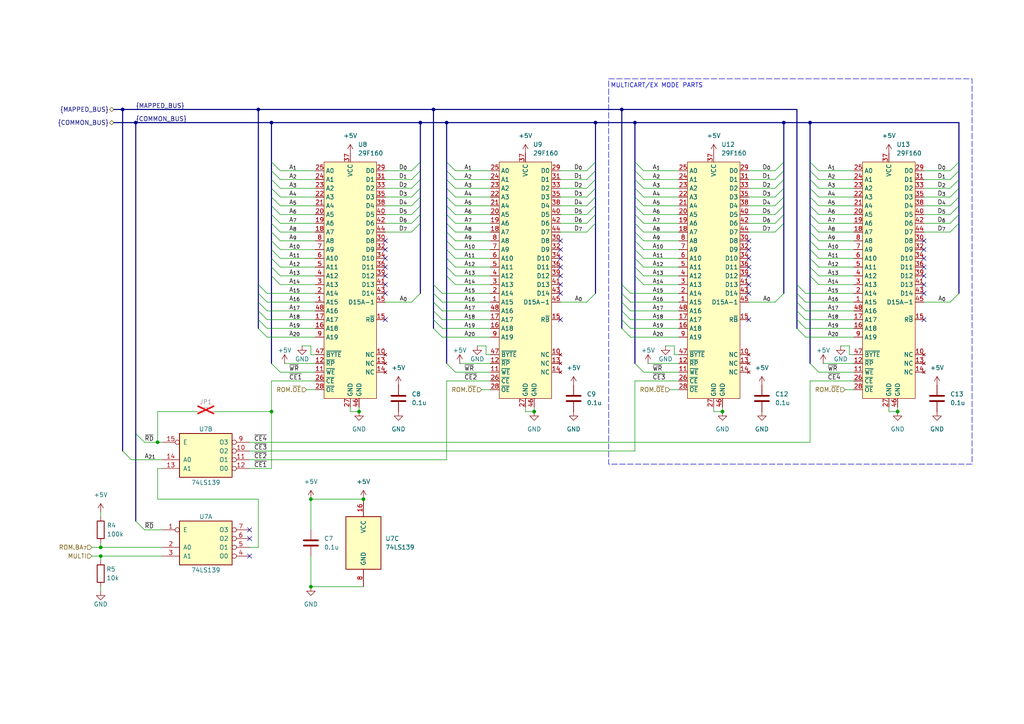
<source format=kicad_sch>
(kicad_sch (version 20231120) (generator "eeschema") (generator_version "8.0")
  (paper "A4")
  (title_block (title "SNES Advanced Flash Cartridge") (date "2024-10-06") (rev "1.2") (company "https://github.com/MouseBiteLabs/Super-Nintendo-Cartridges"))
  (lib_symbols
    (symbol "Bucketmouse:29F160"
      (property "Reference" "U" (at -7.62 31.75 0))
      (property "Value" "29F160" (at -10.414 -39.37 0))
      (symbol "29F160_1_1"
        (rectangle (start -7.62 30.48) (end 7.62 -38.1) (fill (type background)))
        (pin input line (at -10.16 -10.16 0) (length 2.54) (name "A15") (number "1"))
        (pin no_connect line (at 10.16 -25.4 180) (length 2.54) (name "NC") (number "10"))
        (pin input line (at -10.16 -30.48 0) (length 2.54) (name "~{WE}") (number "11"))
        (pin input line (at -10.16 -27.94 0) (length 2.54) (name "~{RP}") (number "12"))
        (pin no_connect line (at 10.16 -27.94 180) (length 2.54) (name "NC") (number "13"))
        (pin no_connect line (at 10.16 -30.48 180) (length 2.54) (name "NC") (number "14"))
        (pin output line (at 10.16 -15.24 180) (length 2.54) (name "R~{B}") (number "15"))
        (pin input line (at -10.16 -17.78 0) (length 2.54) (name "A18") (number "16"))
        (pin input line (at -10.16 -15.24 0) (length 2.54) (name "A17") (number "17"))
        (pin input line (at -10.16 10.16 0) (length 2.54) (name "A7") (number "18"))
        (pin input line (at -10.16 12.7 0) (length 2.54) (name "A6") (number "19"))
        (pin input line (at -10.16 -7.62 0) (length 2.54) (name "A14") (number "2"))
        (pin input line (at -10.16 15.24 0) (length 2.54) (name "A5") (number "20"))
        (pin input line (at -10.16 17.78 0) (length 2.54) (name "A4") (number "21"))
        (pin input line (at -10.16 20.32 0) (length 2.54) (name "A3") (number "22"))
        (pin input line (at -10.16 22.86 0) (length 2.54) (name "A2") (number "23"))
        (pin input line (at -10.16 25.4 0) (length 2.54) (name "A1") (number "24"))
        (pin input line (at -10.16 27.94 0) (length 2.54) (name "A0") (number "25"))
        (pin input line (at -10.16 -33.02 0) (length 2.54) (name "~{CE}") (number "26"))
        (pin power_in line (at 0 -40.64 90) (length 2.54) (name "GND") (number "27"))
        (pin input line (at -10.16 -35.56 0) (length 2.54) (name "~{OE}") (number "28"))
        (pin tri_state line (at 10.16 27.94 180) (length 2.54) (name "D0") (number "29"))
        (pin input line (at -10.16 -5.08 0) (length 2.54) (name "A13") (number "3"))
        (pin tri_state line (at 10.16 7.62 180) (length 2.54) (name "D8") (number "30"))
        (pin tri_state line (at 10.16 25.4 180) (length 2.54) (name "D1") (number "31"))
        (pin tri_state line (at 10.16 5.08 180) (length 2.54) (name "D9") (number "32"))
        (pin tri_state line (at 10.16 22.86 180) (length 2.54) (name "D2") (number "33"))
        (pin tri_state line (at 10.16 2.54 180) (length 2.54) (name "D10") (number "34"))
        (pin tri_state line (at 10.16 20.32 180) (length 2.54) (name "D3") (number "35"))
        (pin tri_state line (at 10.16 0 180) (length 2.54) (name "D11") (number "36"))
        (pin power_in line (at 0 33.02 270) (length 2.54) (name "VCC") (number "37"))
        (pin tri_state line (at 10.16 17.78 180) (length 2.54) (name "D4") (number "38"))
        (pin tri_state line (at 10.16 -2.54 180) (length 2.54) (name "D12") (number "39"))
        (pin input line (at -10.16 -2.54 0) (length 2.54) (name "A12") (number "4"))
        (pin tri_state line (at 10.16 15.24 180) (length 2.54) (name "D5") (number "40"))
        (pin tri_state line (at 10.16 -5.08 180) (length 2.54) (name "D13") (number "41"))
        (pin tri_state line (at 10.16 12.7 180) (length 2.54) (name "D6") (number "42"))
        (pin tri_state line (at 10.16 -7.62 180) (length 2.54) (name "D14") (number "43"))
        (pin tri_state line (at 10.16 10.16 180) (length 2.54) (name "D7") (number "44"))
        (pin tri_state line (at 10.16 -10.16 180) (length 2.54) (name "D15A-1") (number "45"))
        (pin power_in line (at 2.54 -40.64 90) (length 2.54) (name "GND") (number "46"))
        (pin input line (at -10.16 -25.4 0) (length 2.54) (name "~{BYTE}") (number "47"))
        (pin input line (at -10.16 -12.7 0) (length 2.54) (name "A16") (number "48"))
        (pin input line (at -10.16 0 0) (length 2.54) (name "A11") (number "5"))
        (pin input line (at -10.16 2.54 0) (length 2.54) (name "A10") (number "6"))
        (pin input line (at -10.16 5.08 0) (length 2.54) (name "A9") (number "7"))
        (pin input line (at -10.16 7.62 0) (length 2.54) (name "A8") (number "8"))
        (pin input line (at -10.16 -20.32 0) (length 2.54) (name "A19") (number "9"))
      )
    )
    (symbol "Bucketmouse:74LS139" (pin_names (offset 1.016))
      (property "Reference" "U" (at -7.62 8.89 0))
      (property "Value" "74LS139" (at -7.62 -8.89 0))
      (symbol "74LS139_1_0"
        (pin input inverted (at -12.7 -5.08 0) (length 5.08) (name "E") (number "1"))
        (pin input line (at -12.7 0 0) (length 5.08) (name "A0") (number "2"))
        (pin input line (at -12.7 2.54 0) (length 5.08) (name "A1") (number "3"))
        (pin output inverted (at 12.7 2.54 180) (length 5.08) (name "O0") (number "4"))
        (pin output inverted (at 12.7 0 180) (length 5.08) (name "O1") (number "5"))
        (pin output inverted (at 12.7 -2.54 180) (length 5.08) (name "O2") (number "6"))
        (pin output inverted (at 12.7 -5.08 180) (length 5.08) (name "O3") (number "7"))
      )
      (symbol "74LS139_1_1"
        (rectangle (start -7.62 5.08) (end 7.62 -7.62) (stroke (width 0.254)) (fill (type background)))
      )
      (symbol "74LS139_2_0"
        (pin output inverted (at 12.7 -2.54 180) (length 5.08) (name "O2") (number "10"))
        (pin output inverted (at 12.7 0 180) (length 5.08) (name "O1") (number "11"))
        (pin output inverted (at 12.7 2.54 180) (length 5.08) (name "O0") (number "12"))
        (pin input line (at -12.7 2.54 0) (length 5.08) (name "A1") (number "13"))
        (pin input line (at -12.7 0 0) (length 5.08) (name "A0") (number "14"))
        (pin input inverted (at -12.7 -5.08 0) (length 5.08) (name "E") (number "15"))
        (pin output inverted (at 12.7 -5.08 180) (length 5.08) (name "O3") (number "9"))
      )
      (symbol "74LS139_2_1"
        (rectangle (start -7.62 5.08) (end 7.62 -7.62) (stroke (width 0.254)) (fill (type background)))
      )
      (symbol "74LS139_3_0"
        (pin power_in line (at 0 12.7 270) (length 5.08) (name "VCC") (number "16"))
        (pin power_in line (at 0 -12.7 90) (length 5.08) (name "GND") (number "8"))
      )
      (symbol "74LS139_3_1"
        (rectangle (start -5.08 7.62) (end 5.08 -7.62) (stroke (width 0.254)) (fill (type background)))
      )
    )
    (symbol "Device:C" (pin_numbers hide) (pin_names (offset 0.254))
      (property "Reference" "C" (at 0.635 2.54 0))
      (property "Value" "C" (at 0.635 -2.54 0))
      (symbol "C_0_1"
        (polyline (pts (xy -2.032 -0.762) (xy 2.032 -0.762)) (stroke (width 0.508)))
        (polyline (pts (xy -2.032 0.762) (xy 2.032 0.762)) (stroke (width 0.508)))
      )
      (symbol "C_1_1"
        (pin passive line (at 0 3.81 270) (length 2.794) (name "~") (number "1"))
        (pin passive line (at 0 -3.81 90) (length 2.794) (name "~") (number "2"))
      )
    )
    (symbol "Device:R" (pin_numbers hide) (pin_names (offset 0))
      (property "Reference" "R" (at 2.032 0 90))
      (property "Value" "R" (at 0 0 90))
      (symbol "R_0_1"
        (rectangle (start -1.016 -2.54) (end 1.016 2.54) (stroke (width 0.254)))
      )
      (symbol "R_1_1"
        (pin passive line (at 0 3.81 270) (length 1.27) (name "~") (number "1"))
        (pin passive line (at 0 -3.81 90) (length 1.27) (name "~") (number "2"))
      )
    )
    (symbol "Jumper:Jumper_2_Small_Open" (pin_numbers hide) (pin_names (offset 0) hide) (exclude_from_sim yes)
      (property "Reference" "JP" (at 0 2.794 0))
      (property "Value" "Jumper_2_Small_Open" (at 0 -2.286 0))
      (symbol "Jumper_2_Small_Open_0_0"
        (circle (center -1.016 0) (radius 0.254))
        (circle (center 1.016 0) (radius 0.254))
      )
      (symbol "Jumper_2_Small_Open_0_1"
        (arc (start 0.762 1.0196) (mid 0 1.2729) (end -0.762 1.0196))
      )
      (symbol "Jumper_2_Small_Open_1_1"
        (pin passive line (at -2.54 0 0) (length 1.27) (name "A") (number "1"))
        (pin passive line (at 2.54 0 180) (length 1.27) (name "B") (number "2"))
      )
    )
    (symbol "power:+5V" (power) (pin_numbers hide) (pin_names (offset 0) hide)
      (property "Value" "+5V" (at 0 3.556 0))
      (symbol "+5V_0_1"
        (polyline (pts (xy -0.762 1.27) (xy 0 2.54)))
        (polyline (pts (xy 0 0) (xy 0 2.54)))
        (polyline (pts (xy 0 2.54) (xy 0.762 1.27)))
      )
      (symbol "+5V_1_1"
        (pin power_in line (at 0 0 90) (length 0) (name "~") (number "1"))
      )
    )
    (symbol "power:GND" (power) (pin_numbers hide) (pin_names (offset 0) hide)
      (property "Value" "GND" (at 0 -3.81 0))
      (symbol "GND_0_1"
        (polyline (pts (xy 0 0) (xy 0 -1.27) (xy 1.27 -1.27) (xy 0 -2.54) (xy -1.27 -1.27) (xy 0 -1.27)))
      )
      (symbol "GND_1_1"
        (pin power_in line (at 0 0 270) (length 0) (name "~") (number "1"))
      )
    )
  )
  (junction (at 90.17 144.78))
  (junction (at 39.37 35.56))
  (junction (at 154.94 119.38))
  (junction (at 74.93 31.75))
  (junction (at 29.21 158.75))
  (junction (at 209.55 119.38))
  (junction (at 234.95 35.56))
  (junction (at 45.72 128.27))
  (junction (at 227.33 35.56))
  (junction (at 184.15 35.56))
  (junction (at 121.92 35.56))
  (junction (at 172.72 35.56))
  (junction (at 129.54 35.56))
  (junction (at 105.41 144.78))
  (junction (at 180.34 31.75))
  (junction (at 104.14 119.38))
  (junction (at 29.21 161.29))
  (junction (at 90.17 170.18))
  (junction (at 78.74 35.56))
  (junction (at 78.74 119.38))
  (junction (at 125.73 31.75))
  (junction (at 260.35 119.38))
  (junction (at 35.56 31.75))
  (no_connect (at 267.97 77.47))
  (no_connect (at 267.97 74.93))
  (no_connect (at 267.97 92.71))
  (no_connect (at 217.17 77.47))
  (no_connect (at 111.76 77.47))
  (no_connect (at 217.17 72.39))
  (no_connect (at 72.39 153.67))
  (no_connect (at 267.97 72.39))
  (no_connect (at 217.17 69.85))
  (no_connect (at 217.17 74.93))
  (no_connect (at 267.97 82.55))
  (no_connect (at 217.17 82.55))
  (no_connect (at 162.56 80.01))
  (no_connect (at 162.56 72.39))
  (no_connect (at 111.76 92.71))
  (no_connect (at 267.97 85.09))
  (no_connect (at 111.76 69.85))
  (no_connect (at 111.76 72.39))
  (no_connect (at 162.56 77.47))
  (no_connect (at 162.56 69.85))
  (no_connect (at 162.56 92.71))
  (no_connect (at 111.76 85.09))
  (no_connect (at 217.17 80.01))
  (no_connect (at 267.97 80.01))
  (no_connect (at 162.56 85.09))
  (no_connect (at 111.76 74.93))
  (no_connect (at 217.17 92.71))
  (no_connect (at 162.56 74.93))
  (no_connect (at 162.56 82.55))
  (no_connect (at 267.97 69.85))
  (no_connect (at 72.39 156.21))
  (no_connect (at 217.17 85.09))
  (no_connect (at 111.76 82.55))
  (no_connect (at 111.76 80.01))
  (no_connect (at 72.39 161.29))
  (bus_entry (at 186.69 82.55) (size -2.54 -2.54))
  (bus_entry (at 224.79 49.53) (size 2.54 -2.54))
  (bus_entry (at 233.68 90.17) (size -2.54 -2.54))
  (bus_entry (at 186.69 62.23) (size -2.54 -2.54))
  (bus_entry (at 119.38 49.53) (size 2.54 -2.54))
  (bus_entry (at 224.79 59.69) (size 2.54 -2.54))
  (bus_entry (at 186.69 57.15) (size -2.54 -2.54))
  (bus_entry (at 81.28 64.77) (size -2.54 -2.54))
  (bus_entry (at 224.79 54.61) (size 2.54 -2.54))
  (bus_entry (at 231.14 95.25) (size 2.54 2.54))
  (bus_entry (at 81.28 54.61) (size -2.54 -2.54))
  (bus_entry (at 119.38 52.07) (size 2.54 -2.54))
  (bus_entry (at 81.28 82.55) (size -2.54 -2.54))
  (bus_entry (at 275.59 64.77) (size 2.54 -2.54))
  (bus_entry (at 77.47 95.25) (size -2.54 -2.54))
  (bus_entry (at 237.49 64.77) (size -2.54 -2.54))
  (bus_entry (at 81.28 57.15) (size -2.54 -2.54))
  (bus_entry (at 81.28 107.95) (size -2.54 -2.54))
  (bus_entry (at 77.47 92.71) (size -2.54 -2.54))
  (bus_entry (at 233.68 85.09) (size -2.54 -2.54))
  (bus_entry (at 170.18 67.31) (size 2.54 -2.54))
  (bus_entry (at 132.08 49.53) (size -2.54 -2.54))
  (bus_entry (at 128.27 92.71) (size -2.54 -2.54))
  (bus_entry (at 186.69 69.85) (size -2.54 -2.54))
  (bus_entry (at 224.79 64.77) (size 2.54 -2.54))
  (bus_entry (at 224.79 87.63) (size 2.54 -2.54))
  (bus_entry (at 119.38 54.61) (size 2.54 -2.54))
  (bus_entry (at 132.08 64.77) (size -2.54 -2.54))
  (bus_entry (at 224.79 67.31) (size 2.54 -2.54))
  (bus_entry (at 186.69 74.93) (size -2.54 -2.54))
  (bus_entry (at 237.49 67.31) (size -2.54 -2.54))
  (bus_entry (at 81.28 74.93) (size -2.54 -2.54))
  (bus_entry (at 81.28 72.39) (size -2.54 -2.54))
  (bus_entry (at 237.49 62.23) (size -2.54 -2.54))
  (bus_entry (at 275.59 59.69) (size 2.54 -2.54))
  (bus_entry (at 237.49 69.85) (size -2.54 -2.54))
  (bus_entry (at 81.28 49.53) (size -2.54 -2.54))
  (bus_entry (at 132.08 72.39) (size -2.54 -2.54))
  (bus_entry (at 186.69 54.61) (size -2.54 -2.54))
  (bus_entry (at 132.08 74.93) (size -2.54 -2.54))
  (bus_entry (at 180.34 95.25) (size 2.54 2.54))
  (bus_entry (at 233.68 87.63) (size -2.54 -2.54))
  (bus_entry (at 128.27 95.25) (size -2.54 -2.54))
  (bus_entry (at 132.08 59.69) (size -2.54 -2.54))
  (bus_entry (at 132.08 62.23) (size -2.54 -2.54))
  (bus_entry (at 186.69 49.53) (size -2.54 -2.54))
  (bus_entry (at 170.18 49.53) (size 2.54 -2.54))
  (bus_entry (at 128.27 87.63) (size -2.54 -2.54))
  (bus_entry (at 186.69 80.01) (size -2.54 -2.54))
  (bus_entry (at 81.28 62.23) (size -2.54 -2.54))
  (bus_entry (at 81.28 80.01) (size -2.54 -2.54))
  (bus_entry (at 119.38 87.63) (size 2.54 -2.54))
  (bus_entry (at 224.79 57.15) (size 2.54 -2.54))
  (bus_entry (at 119.38 62.23) (size 2.54 -2.54))
  (bus_entry (at 224.79 62.23) (size 2.54 -2.54))
  (bus_entry (at 77.47 85.09) (size -2.54 -2.54))
  (bus_entry (at 237.49 80.01) (size -2.54 -2.54))
  (bus_entry (at 186.69 107.95) (size -2.54 -2.54))
  (bus_entry (at 186.69 64.77) (size -2.54 -2.54))
  (bus_entry (at 77.47 87.63) (size -2.54 -2.54))
  (bus_entry (at 132.08 82.55) (size -2.54 -2.54))
  (bus_entry (at 182.88 85.09) (size -2.54 -2.54))
  (bus_entry (at 132.08 107.95) (size -2.54 -2.54))
  (bus_entry (at 35.56 130.81) (size 2.54 2.54))
  (bus_entry (at 125.73 95.25) (size 2.54 2.54))
  (bus_entry (at 237.49 49.53) (size -2.54 -2.54))
  (bus_entry (at 182.88 95.25) (size -2.54 -2.54))
  (bus_entry (at 182.88 92.71) (size -2.54 -2.54))
  (bus_entry (at 233.68 95.25) (size -2.54 -2.54))
  (bus_entry (at 186.69 77.47) (size -2.54 -2.54))
  (bus_entry (at 275.59 62.23) (size 2.54 -2.54))
  (bus_entry (at 170.18 62.23) (size 2.54 -2.54))
  (bus_entry (at 81.28 59.69) (size -2.54 -2.54))
  (bus_entry (at 128.27 90.17) (size -2.54 -2.54))
  (bus_entry (at 237.49 77.47) (size -2.54 -2.54))
  (bus_entry (at 275.59 52.07) (size 2.54 -2.54))
  (bus_entry (at 170.18 54.61) (size 2.54 -2.54))
  (bus_entry (at 237.49 52.07) (size -2.54 -2.54))
  (bus_entry (at 77.47 90.17) (size -2.54 -2.54))
  (bus_entry (at 132.08 80.01) (size -2.54 -2.54))
  (bus_entry (at 237.49 107.95) (size -2.54 -2.54))
  (bus_entry (at 237.49 57.15) (size -2.54 -2.54))
  (bus_entry (at 132.08 77.47) (size -2.54 -2.54))
  (bus_entry (at 186.69 67.31) (size -2.54 -2.54))
  (bus_entry (at 275.59 57.15) (size 2.54 -2.54))
  (bus_entry (at 224.79 52.07) (size 2.54 -2.54))
  (bus_entry (at 119.38 67.31) (size 2.54 -2.54))
  (bus_entry (at 237.49 82.55) (size -2.54 -2.54))
  (bus_entry (at 186.69 72.39) (size -2.54 -2.54))
  (bus_entry (at 233.68 92.71) (size -2.54 -2.54))
  (bus_entry (at 275.59 87.63) (size 2.54 -2.54))
  (bus_entry (at 186.69 59.69) (size -2.54 -2.54))
  (bus_entry (at 81.28 69.85) (size -2.54 -2.54))
  (bus_entry (at 119.38 59.69) (size 2.54 -2.54))
  (bus_entry (at 237.49 72.39) (size -2.54 -2.54))
  (bus_entry (at 170.18 59.69) (size 2.54 -2.54))
  (bus_entry (at 81.28 52.07) (size -2.54 -2.54))
  (bus_entry (at 275.59 54.61) (size 2.54 -2.54))
  (bus_entry (at 132.08 54.61) (size -2.54 -2.54))
  (bus_entry (at 170.18 87.63) (size 2.54 -2.54))
  (bus_entry (at 186.69 52.07) (size -2.54 -2.54))
  (bus_entry (at 81.28 67.31) (size -2.54 -2.54))
  (bus_entry (at 74.93 95.25) (size 2.54 2.54))
  (bus_entry (at 132.08 67.31) (size -2.54 -2.54))
  (bus_entry (at 275.59 67.31) (size 2.54 -2.54))
  (bus_entry (at 275.59 49.53) (size 2.54 -2.54))
  (bus_entry (at 237.49 59.69) (size -2.54 -2.54))
  (bus_entry (at 170.18 52.07) (size 2.54 -2.54))
  (bus_entry (at 81.28 77.47) (size -2.54 -2.54))
  (bus_entry (at 128.27 85.09) (size -2.54 -2.54))
  (bus_entry (at 39.37 151.13) (size 2.54 2.54))
  (bus_entry (at 132.08 52.07) (size -2.54 -2.54))
  (bus_entry (at 132.08 69.85) (size -2.54 -2.54))
  (bus_entry (at 170.18 64.77) (size 2.54 -2.54))
  (bus_entry (at 119.38 57.15) (size 2.54 -2.54))
  (bus_entry (at 182.88 87.63) (size -2.54 -2.54))
  (bus_entry (at 119.38 64.77) (size 2.54 -2.54))
  (bus_entry (at 170.18 57.15) (size 2.54 -2.54))
  (bus_entry (at 237.49 74.93) (size -2.54 -2.54))
  (bus_entry (at 182.88 90.17) (size -2.54 -2.54))
  (bus_entry (at 237.49 54.61) (size -2.54 -2.54))
  (bus_entry (at 39.37 125.73) (size 2.54 2.54))
  (bus_entry (at 132.08 57.15) (size -2.54 -2.54))
  (wire (pts (xy 77.47 95.25) (xy 91.44 95.25)))
  (bus (pts (xy 227.33 52.07) (xy 227.33 54.61)))
  (wire (pts (xy 81.28 107.95) (xy 91.44 107.95)))
  (bus (pts (xy 33.02 31.75) (xy 35.56 31.75)))
  (wire (pts (xy 267.97 67.31) (xy 275.59 67.31)))
  (bus (pts (xy 125.73 82.55) (xy 125.73 85.09)))
  (wire (pts (xy 132.08 64.77) (xy 142.24 64.77)))
  (wire (pts (xy 88.9 113.03) (xy 91.44 113.03)))
  (wire (pts (xy 182.88 90.17) (xy 196.85 90.17)))
  (wire (pts (xy 237.49 64.77) (xy 247.65 64.77)))
  (bus (pts (xy 184.15 64.77) (xy 184.15 62.23)))
  (bus (pts (xy 234.95 72.39) (xy 234.95 69.85)))
  (bus (pts (xy 180.34 95.25) (xy 180.34 92.71)))
  (bus (pts (xy 184.15 59.69) (xy 184.15 57.15)))
  (wire (pts (xy 162.56 54.61) (xy 170.18 54.61)))
  (wire (pts (xy 81.28 59.69) (xy 91.44 59.69)))
  (wire (pts (xy 186.69 69.85) (xy 196.85 69.85)))
  (wire (pts (xy 81.28 64.77) (xy 91.44 64.77)))
  (wire (pts (xy 267.97 49.53) (xy 275.59 49.53)))
  (wire (pts (xy 139.7 113.03) (xy 142.24 113.03)))
  (bus (pts (xy 78.74 49.53) (xy 78.74 46.99)))
  (wire (pts (xy 74.93 144.78) (xy 74.93 158.75)))
  (wire (pts (xy 41.91 128.27) (xy 45.72 128.27)))
  (wire (pts (xy 91.44 102.87) (xy 90.17 102.87)))
  (wire (pts (xy 132.08 74.93) (xy 142.24 74.93)))
  (bus (pts (xy 278.13 35.56) (xy 278.13 46.99)))
  (bus (pts (xy 129.54 64.77) (xy 129.54 62.23)))
  (wire (pts (xy 81.28 54.61) (xy 91.44 54.61)))
  (wire (pts (xy 186.69 74.93) (xy 196.85 74.93)))
  (wire (pts (xy 217.17 52.07) (xy 224.79 52.07)))
  (bus (pts (xy 121.92 35.56) (xy 121.92 46.99)))
  (wire (pts (xy 217.17 54.61) (xy 224.79 54.61)))
  (wire (pts (xy 81.28 82.55) (xy 91.44 82.55)))
  (bus (pts (xy 278.13 46.99) (xy 278.13 49.53)))
  (bus (pts (xy 234.95 69.85) (xy 234.95 67.31)))
  (wire (pts (xy 111.76 67.31) (xy 119.38 67.31)))
  (bus (pts (xy 184.15 80.01) (xy 184.15 77.47)))
  (wire (pts (xy 45.72 135.89) (xy 45.72 144.78)))
  (wire (pts (xy 29.21 148.59) (xy 29.21 149.86)))
  (wire (pts (xy 128.27 87.63) (xy 142.24 87.63)))
  (wire (pts (xy 267.97 87.63) (xy 275.59 87.63)))
  (wire (pts (xy 186.69 77.47) (xy 196.85 77.47)))
  (wire (pts (xy 233.68 87.63) (xy 247.65 87.63)))
  (bus (pts (xy 180.34 82.55) (xy 180.34 31.75)))
  (wire (pts (xy 246.38 102.87) (xy 246.38 100.33)))
  (bus (pts (xy 129.54 72.39) (xy 129.54 69.85)))
  (wire (pts (xy 29.21 161.29) (xy 46.99 161.29)))
  (wire (pts (xy 162.56 52.07) (xy 170.18 52.07)))
  (bus (pts (xy 184.15 80.01) (xy 184.15 105.41)))
  (bus (pts (xy 129.54 67.31) (xy 129.54 64.77)))
  (wire (pts (xy 207.01 119.38) (xy 209.55 119.38)))
  (bus (pts (xy 129.54 62.23) (xy 129.54 59.69)))
  (bus (pts (xy 172.72 49.53) (xy 172.72 52.07)))
  (bus (pts (xy 227.33 54.61) (xy 227.33 57.15)))
  (bus (pts (xy 129.54 49.53) (xy 129.54 46.99)))
  (bus (pts (xy 184.15 67.31) (xy 184.15 64.77)))
  (bus (pts (xy 129.54 54.61) (xy 129.54 52.07)))
  (bus (pts (xy 129.54 69.85) (xy 129.54 67.31)))
  (wire (pts (xy 186.69 57.15) (xy 196.85 57.15)))
  (wire (pts (xy 111.76 57.15) (xy 119.38 57.15)))
  (bus (pts (xy 74.93 82.55) (xy 74.93 85.09)))
  (wire (pts (xy 128.27 85.09) (xy 142.24 85.09)))
  (bus (pts (xy 125.73 92.71) (xy 125.73 95.25)))
  (wire (pts (xy 72.39 128.27) (xy 234.95 128.27)))
  (bus (pts (xy 180.34 31.75) (xy 231.14 31.75)))
  (wire (pts (xy 45.72 128.27) (xy 45.72 119.38)))
  (wire (pts (xy 162.56 59.69) (xy 170.18 59.69)))
  (bus (pts (xy 78.74 67.31) (xy 78.74 64.77)))
  (bus (pts (xy 227.33 62.23) (xy 227.33 64.77)))
  (wire (pts (xy 90.17 144.78) (xy 90.17 153.67)))
  (wire (pts (xy 81.28 69.85) (xy 91.44 69.85)))
  (bus (pts (xy 78.74 74.93) (xy 78.74 72.39)))
  (wire (pts (xy 77.47 87.63) (xy 91.44 87.63)))
  (bus (pts (xy 184.15 62.23) (xy 184.15 59.69)))
  (wire (pts (xy 182.88 85.09) (xy 196.85 85.09)))
  (wire (pts (xy 81.28 52.07) (xy 91.44 52.07)))
  (bus (pts (xy 234.95 80.01) (xy 234.95 77.47)))
  (wire (pts (xy 182.88 87.63) (xy 196.85 87.63)))
  (bus (pts (xy 78.74 62.23) (xy 78.74 59.69)))
  (wire (pts (xy 72.39 135.89) (xy 78.74 135.89)))
  (wire (pts (xy 195.58 100.33) (xy 193.04 100.33)))
  (wire (pts (xy 237.49 57.15) (xy 247.65 57.15)))
  (wire (pts (xy 237.49 82.55) (xy 247.65 82.55)))
  (bus (pts (xy 184.15 69.85) (xy 184.15 67.31)))
  (wire (pts (xy 140.97 100.33) (xy 138.43 100.33)))
  (wire (pts (xy 90.17 144.78) (xy 105.41 144.78)))
  (wire (pts (xy 104.14 119.38) (xy 104.14 118.11)))
  (bus (pts (xy 184.15 49.53) (xy 184.15 46.99)))
  (bus (pts (xy 234.95 62.23) (xy 234.95 59.69)))
  (wire (pts (xy 29.21 161.29) (xy 29.21 162.56)))
  (bus (pts (xy 129.54 77.47) (xy 129.54 74.93)))
  (wire (pts (xy 182.88 95.25) (xy 196.85 95.25)))
  (wire (pts (xy 81.28 57.15) (xy 91.44 57.15)))
  (bus (pts (xy 227.33 46.99) (xy 227.33 49.53)))
  (wire (pts (xy 237.49 107.95) (xy 247.65 107.95)))
  (wire (pts (xy 162.56 67.31) (xy 170.18 67.31)))
  (bus (pts (xy 231.14 90.17) (xy 231.14 92.71)))
  (wire (pts (xy 233.68 85.09) (xy 247.65 85.09)))
  (wire (pts (xy 132.08 67.31) (xy 142.24 67.31)))
  (bus (pts (xy 227.33 59.69) (xy 227.33 62.23)))
  (wire (pts (xy 111.76 64.77) (xy 119.38 64.77)))
  (bus (pts (xy 184.15 35.56) (xy 184.15 46.99)))
  (bus (pts (xy 278.13 64.77) (xy 278.13 85.09)))
  (wire (pts (xy 186.69 80.01) (xy 196.85 80.01)))
  (bus (pts (xy 172.72 46.99) (xy 172.72 49.53)))
  (wire (pts (xy 186.69 49.53) (xy 196.85 49.53)))
  (wire (pts (xy 187.96 105.41) (xy 196.85 105.41)))
  (wire (pts (xy 132.08 107.95) (xy 142.24 107.95)))
  (bus (pts (xy 180.34 92.71) (xy 180.34 90.17)))
  (bus (pts (xy 184.15 52.07) (xy 184.15 49.53)))
  (bus (pts (xy 234.95 49.53) (xy 234.95 46.99)))
  (bus (pts (xy 234.95 59.69) (xy 234.95 57.15)))
  (bus (pts (xy 78.74 57.15) (xy 78.74 54.61)))
  (wire (pts (xy 186.69 64.77) (xy 196.85 64.77)))
  (wire (pts (xy 186.69 82.55) (xy 196.85 82.55)))
  (bus (pts (xy 180.34 90.17) (xy 180.34 87.63)))
  (wire (pts (xy 133.35 105.41) (xy 142.24 105.41)))
  (wire (pts (xy 45.72 119.38) (xy 57.15 119.38)))
  (bus (pts (xy 39.37 35.56) (xy 78.74 35.56)))
  (bus (pts (xy 231.14 92.71) (xy 231.14 95.25)))
  (wire (pts (xy 267.97 54.61) (xy 275.59 54.61)))
  (wire (pts (xy 237.49 74.93) (xy 247.65 74.93)))
  (wire (pts (xy 29.21 171.45) (xy 29.21 170.18)))
  (wire (pts (xy 128.27 97.79) (xy 142.24 97.79)))
  (wire (pts (xy 184.15 110.49) (xy 196.85 110.49)))
  (wire (pts (xy 237.49 54.61) (xy 247.65 54.61)))
  (bus (pts (xy 78.74 59.69) (xy 78.74 57.15)))
  (bus (pts (xy 234.95 64.77) (xy 234.95 62.23)))
  (wire (pts (xy 186.69 62.23) (xy 196.85 62.23)))
  (wire (pts (xy 38.1 133.35) (xy 46.99 133.35)))
  (wire (pts (xy 237.49 77.47) (xy 247.65 77.47)))
  (wire (pts (xy 78.74 119.38) (xy 78.74 135.89)))
  (wire (pts (xy 45.72 135.89) (xy 46.99 135.89)))
  (bus (pts (xy 78.74 52.07) (xy 78.74 49.53)))
  (bus (pts (xy 172.72 59.69) (xy 172.72 62.23)))
  (bus (pts (xy 184.15 57.15) (xy 184.15 54.61)))
  (wire (pts (xy 217.17 49.53) (xy 224.79 49.53)))
  (bus (pts (xy 180.34 87.63) (xy 180.34 85.09)))
  (bus (pts (xy 121.92 62.23) (xy 121.92 64.77)))
  (bus (pts (xy 74.93 85.09) (xy 74.93 87.63)))
  (bus (pts (xy 231.14 87.63) (xy 231.14 90.17)))
  (wire (pts (xy 182.88 92.71) (xy 196.85 92.71)))
  (wire (pts (xy 186.69 59.69) (xy 196.85 59.69)))
  (bus (pts (xy 121.92 54.61) (xy 121.92 57.15)))
  (bus (pts (xy 129.54 57.15) (xy 129.54 54.61)))
  (bus (pts (xy 129.54 52.07) (xy 129.54 49.53)))
  (wire (pts (xy 217.17 67.31) (xy 224.79 67.31)))
  (wire (pts (xy 90.17 102.87) (xy 90.17 100.33)))
  (bus (pts (xy 78.74 64.77) (xy 78.74 62.23)))
  (wire (pts (xy 140.97 102.87) (xy 140.97 100.33)))
  (wire (pts (xy 81.28 80.01) (xy 91.44 80.01)))
  (wire (pts (xy 237.49 69.85) (xy 247.65 69.85)))
  (bus (pts (xy 121.92 46.99) (xy 121.92 49.53)))
  (wire (pts (xy 237.49 80.01) (xy 247.65 80.01)))
  (wire (pts (xy 101.6 118.11) (xy 101.6 119.38)))
  (wire (pts (xy 129.54 110.49) (xy 142.24 110.49)))
  (bus (pts (xy 180.34 31.75) (xy 125.73 31.75)))
  (bus (pts (xy 172.72 52.07) (xy 172.72 54.61)))
  (bus (pts (xy 74.93 90.17) (xy 74.93 92.71)))
  (bus (pts (xy 121.92 35.56) (xy 129.54 35.56)))
  (bus (pts (xy 35.56 31.75) (xy 35.56 130.81)))
  (bus (pts (xy 180.34 82.55) (xy 180.34 85.09)))
  (wire (pts (xy 237.49 59.69) (xy 247.65 59.69)))
  (wire (pts (xy 217.17 59.69) (xy 224.79 59.69)))
  (wire (pts (xy 132.08 69.85) (xy 142.24 69.85)))
  (wire (pts (xy 45.72 128.27) (xy 46.99 128.27)))
  (wire (pts (xy 233.68 97.79) (xy 247.65 97.79)))
  (wire (pts (xy 257.81 119.38) (xy 260.35 119.38)))
  (bus (pts (xy 39.37 125.73) (xy 39.37 151.13)))
  (wire (pts (xy 162.56 57.15) (xy 170.18 57.15)))
  (wire (pts (xy 247.65 102.87) (xy 246.38 102.87)))
  (bus (pts (xy 234.95 52.07) (xy 234.95 49.53)))
  (bus (pts (xy 234.95 35.56) (xy 234.95 46.99)))
  (wire (pts (xy 245.11 113.03) (xy 247.65 113.03)))
  (bus (pts (xy 227.33 64.77) (xy 227.33 85.09)))
  (bus (pts (xy 125.73 90.17) (xy 125.73 92.71)))
  (wire (pts (xy 162.56 64.77) (xy 170.18 64.77)))
  (bus (pts (xy 234.95 67.31) (xy 234.95 64.77)))
  (wire (pts (xy 267.97 64.77) (xy 275.59 64.77)))
  (bus (pts (xy 39.37 35.56) (xy 39.37 125.73)))
  (wire (pts (xy 209.55 119.38) (xy 209.55 118.11)))
  (bus (pts (xy 278.13 57.15) (xy 278.13 59.69)))
  (wire (pts (xy 81.28 62.23) (xy 91.44 62.23)))
  (wire (pts (xy 237.49 52.07) (xy 247.65 52.07)))
  (wire (pts (xy 238.76 105.41) (xy 247.65 105.41)))
  (bus (pts (xy 121.92 64.77) (xy 121.92 85.09)))
  (bus (pts (xy 227.33 57.15) (xy 227.33 59.69)))
  (wire (pts (xy 128.27 90.17) (xy 142.24 90.17)))
  (bus (pts (xy 184.15 72.39) (xy 184.15 69.85)))
  (bus (pts (xy 227.33 35.56) (xy 227.33 46.99)))
  (bus (pts (xy 231.14 31.75) (xy 231.14 82.55)))
  (wire (pts (xy 186.69 52.07) (xy 196.85 52.07)))
  (bus (pts (xy 125.73 31.75) (xy 125.73 82.55)))
  (wire (pts (xy 233.68 92.71) (xy 247.65 92.71)))
  (wire (pts (xy 186.69 54.61) (xy 196.85 54.61)))
  (wire (pts (xy 81.28 49.53) (xy 91.44 49.53)))
  (wire (pts (xy 237.49 72.39) (xy 247.65 72.39)))
  (wire (pts (xy 234.95 110.49) (xy 247.65 110.49)))
  (wire (pts (xy 237.49 67.31) (xy 247.65 67.31)))
  (bus (pts (xy 172.72 54.61) (xy 172.72 57.15)))
  (wire (pts (xy 132.08 52.07) (xy 142.24 52.07)))
  (wire (pts (xy 132.08 72.39) (xy 142.24 72.39)))
  (wire (pts (xy 267.97 57.15) (xy 275.59 57.15)))
  (bus (pts (xy 121.92 52.07) (xy 121.92 54.61)))
  (wire (pts (xy 29.21 158.75) (xy 46.99 158.75)))
  (wire (pts (xy 77.47 92.71) (xy 91.44 92.71)))
  (bus (pts (xy 129.54 80.01) (xy 129.54 105.41)))
  (wire (pts (xy 162.56 49.53) (xy 170.18 49.53)))
  (wire (pts (xy 142.24 102.87) (xy 140.97 102.87)))
  (bus (pts (xy 172.72 35.56) (xy 172.72 46.99)))
  (wire (pts (xy 78.74 110.49) (xy 78.74 119.38)))
  (wire (pts (xy 41.91 153.67) (xy 46.99 153.67)))
  (wire (pts (xy 152.4 118.11) (xy 152.4 119.38)))
  (wire (pts (xy 154.94 119.38) (xy 154.94 118.11)))
  (wire (pts (xy 111.76 62.23) (xy 119.38 62.23)))
  (wire (pts (xy 74.93 158.75) (xy 72.39 158.75)))
  (bus (pts (xy 172.72 64.77) (xy 172.72 85.09)))
  (bus (pts (xy 125.73 87.63) (xy 125.73 90.17)))
  (bus (pts (xy 184.15 35.56) (xy 227.33 35.56)))
  (wire (pts (xy 195.58 102.87) (xy 195.58 100.33)))
  (wire (pts (xy 72.39 133.35) (xy 129.54 133.35)))
  (wire (pts (xy 132.08 59.69) (xy 142.24 59.69)))
  (bus (pts (xy 78.74 80.01) (xy 78.74 77.47)))
  (bus (pts (xy 278.13 62.23) (xy 278.13 64.77)))
  (wire (pts (xy 90.17 170.18) (xy 105.41 170.18)))
  (bus (pts (xy 227.33 35.56) (xy 234.95 35.56)))
  (bus (pts (xy 227.33 49.53) (xy 227.33 52.07)))
  (bus (pts (xy 125.73 85.09) (xy 125.73 87.63)))
  (bus (pts (xy 129.54 59.69) (xy 129.54 57.15)))
  (wire (pts (xy 101.6 119.38) (xy 104.14 119.38)))
  (wire (pts (xy 81.28 74.93) (xy 91.44 74.93)))
  (bus (pts (xy 129.54 35.56) (xy 129.54 46.99)))
  (wire (pts (xy 45.72 144.78) (xy 74.93 144.78)))
  (wire (pts (xy 78.74 110.49) (xy 91.44 110.49)))
  (wire (pts (xy 217.17 62.23) (xy 224.79 62.23)))
  (wire (pts (xy 132.08 49.53) (xy 142.24 49.53)))
  (bus (pts (xy 78.74 54.61) (xy 78.74 52.07)))
  (wire (pts (xy 132.08 62.23) (xy 142.24 62.23)))
  (wire (pts (xy 182.88 97.79) (xy 196.85 97.79)))
  (bus (pts (xy 234.95 54.61) (xy 234.95 52.07)))
  (bus (pts (xy 231.14 82.55) (xy 231.14 85.09)))
  (bus (pts (xy 78.74 69.85) (xy 78.74 67.31)))
  (wire (pts (xy 111.76 52.07) (xy 119.38 52.07)))
  (wire (pts (xy 233.68 90.17) (xy 247.65 90.17)))
  (wire (pts (xy 234.95 128.27) (xy 234.95 110.49)))
  (wire (pts (xy 26.67 158.75) (xy 29.21 158.75)))
  (bus (pts (xy 35.56 31.75) (xy 74.93 31.75)))
  (bus (pts (xy 74.93 92.71) (xy 74.93 95.25)))
  (wire (pts (xy 184.15 130.81) (xy 184.15 110.49)))
  (wire (pts (xy 90.17 170.18) (xy 90.17 161.29)))
  (bus (pts (xy 184.15 77.47) (xy 184.15 74.93)))
  (wire (pts (xy 111.76 49.53) (xy 119.38 49.53)))
  (bus (pts (xy 234.95 74.93) (xy 234.95 72.39)))
  (wire (pts (xy 81.28 72.39) (xy 91.44 72.39)))
  (wire (pts (xy 186.69 107.95) (xy 196.85 107.95)))
  (wire (pts (xy 111.76 59.69) (xy 119.38 59.69)))
  (bus (pts (xy 234.95 57.15) (xy 234.95 54.61)))
  (bus (pts (xy 74.93 31.75) (xy 125.73 31.75)))
  (bus (pts (xy 278.13 59.69) (xy 278.13 62.23)))
  (wire (pts (xy 257.81 118.11) (xy 257.81 119.38)))
  (wire (pts (xy 217.17 64.77) (xy 224.79 64.77)))
  (wire (pts (xy 29.21 157.48) (xy 29.21 158.75)))
  (wire (pts (xy 246.38 100.33) (xy 243.84 100.33)))
  (wire (pts (xy 260.35 119.38) (xy 260.35 118.11)))
  (bus (pts (xy 74.93 31.75) (xy 74.93 82.55)))
  (wire (pts (xy 186.69 67.31) (xy 196.85 67.31)))
  (wire (pts (xy 233.68 95.25) (xy 247.65 95.25)))
  (wire (pts (xy 26.67 161.29) (xy 29.21 161.29)))
  (wire (pts (xy 81.28 67.31) (xy 91.44 67.31)))
  (bus (pts (xy 78.74 35.56) (xy 78.74 46.99)))
  (bus (pts (xy 129.54 74.93) (xy 129.54 72.39)))
  (wire (pts (xy 128.27 95.25) (xy 142.24 95.25)))
  (bus (pts (xy 78.74 72.39) (xy 78.74 69.85)))
  (wire (pts (xy 132.08 54.61) (xy 142.24 54.61)))
  (bus (pts (xy 78.74 77.47) (xy 78.74 74.93)))
  (wire (pts (xy 81.28 77.47) (xy 91.44 77.47)))
  (bus (pts (xy 278.13 49.53) (xy 278.13 52.07)))
  (bus (pts (xy 231.14 85.09) (xy 231.14 87.63)))
  (wire (pts (xy 217.17 57.15) (xy 224.79 57.15)))
  (wire (pts (xy 267.97 59.69) (xy 275.59 59.69)))
  (wire (pts (xy 111.76 87.63) (xy 119.38 87.63)))
  (wire (pts (xy 162.56 62.23) (xy 170.18 62.23)))
  (bus (pts (xy 234.95 80.01) (xy 234.95 105.41)))
  (bus (pts (xy 234.95 77.47) (xy 234.95 74.93)))
  (wire (pts (xy 132.08 57.15) (xy 142.24 57.15)))
  (bus (pts (xy 172.72 57.15) (xy 172.72 59.69)))
  (wire (pts (xy 196.85 102.87) (xy 195.58 102.87)))
  (bus (pts (xy 121.92 57.15) (xy 121.92 59.69)))
  (bus (pts (xy 121.92 59.69) (xy 121.92 62.23)))
  (bus (pts (xy 78.74 35.56) (xy 121.92 35.56)))
  (wire (pts (xy 82.55 105.41) (xy 91.44 105.41)))
  (bus (pts (xy 78.74 80.01) (xy 78.74 105.41)))
  (wire (pts (xy 267.97 62.23) (xy 275.59 62.23)))
  (wire (pts (xy 77.47 97.79) (xy 91.44 97.79)))
  (wire (pts (xy 90.17 100.33) (xy 87.63 100.33)))
  (wire (pts (xy 129.54 133.35) (xy 129.54 110.49)))
  (bus (pts (xy 184.15 74.93) (xy 184.15 72.39)))
  (wire (pts (xy 132.08 82.55) (xy 142.24 82.55)))
  (wire (pts (xy 111.76 54.61) (xy 119.38 54.61)))
  (bus (pts (xy 129.54 35.56) (xy 172.72 35.56)))
  (wire (pts (xy 162.56 87.63) (xy 170.18 87.63)))
  (wire (pts (xy 72.39 130.81) (xy 184.15 130.81)))
  (wire (pts (xy 77.47 85.09) (xy 91.44 85.09)))
  (bus (pts (xy 172.72 35.56) (xy 184.15 35.56)))
  (bus (pts (xy 278.13 54.61) (xy 278.13 57.15)))
  (wire (pts (xy 186.69 72.39) (xy 196.85 72.39)))
  (wire (pts (xy 132.08 77.47) (xy 142.24 77.47)))
  (bus (pts (xy 278.13 52.07) (xy 278.13 54.61)))
  (wire (pts (xy 77.47 90.17) (xy 91.44 90.17)))
  (wire (pts (xy 62.23 119.38) (xy 78.74 119.38)))
  (wire (pts (xy 237.49 62.23) (xy 247.65 62.23)))
  (wire (pts (xy 267.97 52.07) (xy 275.59 52.07)))
  (bus (pts (xy 172.72 62.23) (xy 172.72 64.77)))
  (wire (pts (xy 194.31 113.03) (xy 196.85 113.03)))
  (wire (pts (xy 128.27 92.71) (xy 142.24 92.71)))
  (wire (pts (xy 132.08 80.01) (xy 142.24 80.01)))
  (bus (pts (xy 121.92 49.53) (xy 121.92 52.07)))
  (bus (pts (xy 129.54 80.01) (xy 129.54 77.47)))
  (wire (pts (xy 217.17 87.63) (xy 224.79 87.63)))
  (bus (pts (xy 184.15 54.61) (xy 184.15 52.07)))
  (bus (pts (xy 234.95 35.56) (xy 278.13 35.56)))
  (wire (pts (xy 207.01 118.11) (xy 207.01 119.38)))
  (bus (pts (xy 74.93 87.63) (xy 74.93 90.17)))
  (wire (pts (xy 237.49 49.53) (xy 247.65 49.53)))
  (bus (pts (xy 33.02 35.56) (xy 39.37 35.56)))
  (wire (pts (xy 152.4 119.38) (xy 154.94 119.38)))
  (rectangle (start 176.53 22.86) (end 281.94 134.62) (stroke (width 0) (type dash)))
  (text "MULTICART/EX MODE PARTS" (at 190.5 24.892 0) (effects (font (size 1.27 1.27))))
  (label "D_{6}" (at 168.91 64.77 180))
  (label "A_{19}" (at 240.03 95.25 0))
  (label "D_{5}" (at 223.52 62.23 180))
  (label "~{CE2}" (at 134.62 110.49 0))
  (label "A_{12}" (at 83.82 77.47 0))
  (label "A_{20}" (at 240.03 97.79 0))
  (label "A_{17}" (at 189.23 90.17 0))
  (label "A_{5}" (at 189.23 59.69 0))
  (label "D_{5}" (at 168.91 62.23 180))
  (label "A_{13}" (at 240.03 80.01 0))
  (label "A_{13}" (at 83.82 80.01 0))
  (label "A_{15}" (at 134.62 85.09 0))
  (label "D_{3}" (at 118.11 57.15 180))
  (label "D_{7}" (at 118.11 67.31 180))
  (label "A_{16}" (at 134.62 87.63 0))
  (label "A_{1}" (at 134.62 49.53 0))
  (label "A_{8}" (at 240.03 67.31 0))
  (label "D_{3}" (at 223.52 57.15 180))
  (label "A_{9}" (at 189.23 69.85 0))
  (label "A_{2}" (at 83.82 52.07 0))
  (label "~{RD}" (at 41.91 128.27 0))
  (label "D_{0}" (at 223.52 49.53 180))
  (label "A_{7}" (at 134.62 64.77 0))
  (label "A_{11}" (at 240.03 74.93 0))
  (label "A_{18}" (at 83.82 92.71 0))
  (label "A_{13}" (at 134.62 80.01 0))
  (label "A_{1}" (at 83.82 49.53 0))
  (label "~{CE3}" (at 189.23 110.49 0))
  (label "A_{21}" (at 41.91 133.35 0))
  (label "A_{0}" (at 168.91 87.63 180))
  (label "~{WR}" (at 83.82 107.95 0))
  (label "D_{1}" (at 168.91 52.07 180))
  (label "A_{10}" (at 240.03 72.39 0))
  (label "A_{2}" (at 134.62 52.07 0))
  (label "A_{3}" (at 83.82 54.61 0))
  (label "A_{14}" (at 189.23 82.55 0))
  (label "A_{16}" (at 240.03 87.63 0))
  (label "D_{0}" (at 274.32 49.53 180))
  (label "A_{7}" (at 189.23 64.77 0))
  (label "A_{1}" (at 189.23 49.53 0))
  (label "{MAPPED_BUS}" (at 39.37 31.75 0))
  (label "D_{2}" (at 168.91 54.61 180))
  (label "A_{4}" (at 240.03 57.15 0))
  (label "A_{5}" (at 240.03 59.69 0))
  (label "A_{2}" (at 189.23 52.07 0))
  (label "A_{12}" (at 189.23 77.47 0))
  (label "A_{2}" (at 240.03 52.07 0))
  (label "A_{4}" (at 83.82 57.15 0))
  (label "D_{6}" (at 223.52 64.77 180))
  (label "A_{15}" (at 83.82 85.09 0))
  (label "{COMMON_BUS}" (at 39.37 35.56 0))
  (label "A_{11}" (at 134.62 74.93 0))
  (label "D_{0}" (at 118.11 49.53 180))
  (label "A_{10}" (at 189.23 72.39 0))
  (label "~{WR}" (at 189.23 107.95 0))
  (label "D_{4}" (at 118.11 59.69 180))
  (label "D_{4}" (at 223.52 59.69 180))
  (label "~{RD}" (at 41.91 153.67 0))
  (label "D_{4}" (at 168.91 59.69 180))
  (label "D_{7}" (at 274.32 67.31 180))
  (label "A_{7}" (at 240.03 64.77 0))
  (label "D_{3}" (at 274.32 57.15 180))
  (label "D_{1}" (at 118.11 52.07 180))
  (label "A_{12}" (at 134.62 77.47 0))
  (label "D_{7}" (at 168.91 67.31 180))
  (label "~{CE3}" (at 73.66 130.81 0))
  (label "A_{1}" (at 240.03 49.53 0))
  (label "D_{0}" (at 168.91 49.53 180))
  (label "D_{2}" (at 118.11 54.61 180))
  (label "A_{5}" (at 134.62 59.69 0))
  (label "A_{10}" (at 134.62 72.39 0))
  (label "A_{0}" (at 274.32 87.63 180))
  (label "~{CE4}" (at 240.03 110.49 0))
  (label "A_{11}" (at 83.82 74.93 0))
  (label "~{CE1}" (at 73.66 135.89 0))
  (label "A_{19}" (at 134.62 95.25 0))
  (label "A_{10}" (at 83.82 72.39 0))
  (label "A_{15}" (at 189.23 85.09 0))
  (label "A_{9}" (at 240.03 69.85 0))
  (label "A_{14}" (at 240.03 82.55 0))
  (label "A_{20}" (at 83.82 97.79 0))
  (label "D_{2}" (at 274.32 54.61 180))
  (label "A_{11}" (at 189.23 74.93 0))
  (label "~{CE2}" (at 73.66 133.35 0))
  (label "A_{16}" (at 83.82 87.63 0))
  (label "A_{5}" (at 83.82 59.69 0))
  (label "A_{18}" (at 240.03 92.71 0))
  (label "A_{6}" (at 134.62 62.23 0))
  (label "A_{17}" (at 240.03 90.17 0))
  (label "A_{19}" (at 83.82 95.25 0))
  (label "A_{14}" (at 134.62 82.55 0))
  (label "A_{6}" (at 240.03 62.23 0))
  (label "A_{20}" (at 189.23 97.79 0))
  (label "D_{2}" (at 223.52 54.61 180))
  (label "A_{12}" (at 240.03 77.47 0))
  (label "D_{3}" (at 168.91 57.15 180))
  (label "A_{9}" (at 134.62 69.85 0))
  (label "D_{1}" (at 223.52 52.07 180))
  (label "A_{3}" (at 134.62 54.61 0))
  (label "D_{5}" (at 118.11 62.23 180))
  (label "A_{8}" (at 134.62 67.31 0))
  (label "D_{1}" (at 274.32 52.07 180))
  (label "~{WR}" (at 240.03 107.95 0))
  (label "A_{18}" (at 189.23 92.71 0))
  (label "A_{18}" (at 134.62 92.71 0))
  (label "A_{7}" (at 83.82 64.77 0))
  (label "A_{17}" (at 83.82 90.17 0))
  (label "D_{5}" (at 274.32 62.23 180))
  (label "D_{6}" (at 274.32 64.77 180))
  (label "A_{9}" (at 83.82 69.85 0))
  (label "A_{13}" (at 189.23 80.01 0))
  (label "A_{19}" (at 189.23 95.25 0))
  (label "A_{8}" (at 189.23 67.31 0))
  (label "~{WR}" (at 134.62 107.95 0))
  (label "~{CE4}" (at 73.66 128.27 0))
  (label "A_{4}" (at 189.23 57.15 0))
  (label "A_{6}" (at 83.82 62.23 0))
  (label "A_{0}" (at 223.52 87.63 180))
  (label "A_{4}" (at 134.62 57.15 0))
  (label "A_{16}" (at 189.23 87.63 0))
  (label "A_{3}" (at 189.23 54.61 0))
  (label "D_{7}" (at 223.52 67.31 180))
  (label "A_{17}" (at 134.62 90.17 0))
  (label "A_{6}" (at 189.23 62.23 0))
  (label "~{CE1}" (at 83.82 110.49 0))
  (label "A_{15}" (at 240.03 85.09 0))
  (label "A_{8}" (at 83.82 67.31 0))
  (label "A_{0}" (at 118.11 87.63 180))
  (label "D_{4}" (at 274.32 59.69 180))
  (label "D_{6}" (at 118.11 64.77 180))
  (label "A_{3}" (at 240.03 54.61 0))
  (label "A_{20}" (at 134.62 97.79 0))
  (label "A_{14}" (at 83.82 82.55 0))
  (hierarchical_label "MULTI" (shape input) (at 26.67 161.29 180))
  (hierarchical_label "ROM.BA_{7}" (shape input) (at 26.67 158.75 180))
  (hierarchical_label "ROM.~{OE}" (shape input) (at 139.7 113.03 180))
  (hierarchical_label "{MAPPED_BUS}" (shape bidirectional) (at 33.02 31.75 180))
  (hierarchical_label "ROM.~{OE}" (shape input) (at 194.31 113.03 180))
  (hierarchical_label "{COMMON_BUS}" (shape bidirectional) (at 33.02 35.56 180))
  (hierarchical_label "ROM.~{OE}" (shape input) (at 245.11 113.03 180))
  (hierarchical_label "ROM.~{OE}" (shape input) (at 88.9 113.03 180))
  (symbol (lib_id "Bucketmouse:74LS139") (at 105.41 157.48 0) (mirror y) (unit 3)
    (property "Reference" "U7" (at 111.76 156.2099 0) (effects (justify right)))
    (property "Value" "74LS139" (at 111.76 158.7499 0) (effects (justify right)))
    (property "Footprint" "Bucketmouse:TSSOP-16_4.4x5mm_P0.65mm" (effects (hide yes)))
    (property "Datasheet" "http://www.ti.com/lit/ds/symlink/sn74ls139a.pdf" (effects (hide yes)))
    (property "Description" "Dual Decoder 1 of 4, Active low outputs" (effects (hide yes)))
  )
  (symbol (lib_id "power:+5V") (at 82.55 105.41 0) (unit 1)
    (property "Reference" "#PWR02" (effects (hide yes)))
    (property "Value" "+5V" (at 82.55 101.6 0))
    (property "Description" "Power symbol creates a global label with name \"+5V\"" (effects (hide yes)))
  )
  (symbol (lib_id "power:+5V") (at 133.35 105.41 0) (unit 1)
    (property "Reference" "#PWR03" (effects (hide yes)))
    (property "Value" "+5V" (at 133.35 101.6 0))
    (property "Description" "Power symbol creates a global label with name \"+5V\"" (effects (hide yes)))
  )
  (symbol (lib_id "power:+5V") (at 238.76 105.41 0) (unit 1)
    (property "Reference" "#PWR034" (effects (hide yes)))
    (property "Value" "+5V" (at 238.76 101.6 0))
    (property "Description" "Power symbol creates a global label with name \"+5V\"" (effects (hide yes)))
  )
  (symbol (lib_id "power:GND") (at 209.55 119.38 0) (unit 1)
    (property "Reference" "#PWR033" (effects (hide yes)))
    (property "Value" "GND" (at 209.55 124.46 0))
    (property "Description" "Power symbol creates a global label with name \"GND\" , ground" (effects (hide yes)))
  )
  (symbol (lib_id "Device:C") (at 271.78 115.57 0) (unit 1)
    (property "Reference" "C13" (at 275.59 114.2999 0) (effects (justify left)))
    (property "Value" "0.1u" (at 275.59 116.8399 0) (effects (justify left)))
    (property "Footprint" "Bucketmouse:C_0603_1608Metric_Boxed" (effects (hide yes)))
    (property "Description" "Unpolarized capacitor" (effects (hide yes)))
  )
  (symbol (lib_id "power:+5V") (at 90.17 144.78 0) (unit 1)
    (property "Reference" "#PWR046" (effects (hide yes)))
    (property "Value" "+5V" (at 90.17 139.7 0))
    (property "Description" "Power symbol creates a global label with name \"+5V\"" (effects (hide yes)))
  )
  (symbol (lib_id "Device:C") (at 220.98 115.57 0) (unit 1)
    (property "Reference" "C12" (at 224.79 114.2999 0) (effects (justify left)))
    (property "Value" "0.1u" (at 224.79 116.8399 0) (effects (justify left)))
    (property "Footprint" "Bucketmouse:C_0603_1608Metric_Boxed" (effects (hide yes)))
    (property "Description" "Unpolarized capacitor" (effects (hide yes)))
  )
  (symbol (lib_id "power:GND") (at 220.98 119.38 0) (unit 1)
    (property "Reference" "#PWR043" (effects (hide yes)))
    (property "Value" "GND" (at 220.98 124.46 0))
    (property "Description" "Power symbol creates a global label with name \"GND\" , ground" (effects (hide yes)))
  )
  (symbol (lib_id "power:GND") (at 243.84 100.33 0) (unit 1)
    (property "Reference" "#PWR035" (effects (hide yes)))
    (property "Value" "GND" (at 243.84 104.14 0))
    (property "Description" "Power symbol creates a global label with name \"GND\" , ground" (effects (hide yes)))
  )
  (symbol (lib_id "power:+5V") (at 207.01 44.45 0) (unit 1)
    (property "Reference" "#PWR032" (effects (hide yes)))
    (property "Value" "+5V" (at 207.01 39.37 0))
    (property "Description" "Power symbol creates a global label with name \"+5V\"" (effects (hide yes)))
  )
  (symbol (lib_id "Device:R") (at 29.21 166.37 0) (mirror y) (unit 1)
    (property "Reference" "R5" (at 33.528 165.1 0) (effects (justify left)))
    (property "Value" "10k" (at 34.544 167.64 0) (effects (justify left)))
    (property "Footprint" "Bucketmouse:R_0603_1608Metric_Boxed" (effects (hide yes)))
    (property "Description" "Resistor" (effects (hide yes)))
  )
  (symbol (lib_id "Device:C") (at 166.37 115.57 0) (unit 1)
    (property "Reference" "C9" (at 170.18 114.2999 0) (effects (justify left)))
    (property "Value" "0.1u" (at 170.18 116.8399 0) (effects (justify left)))
    (property "Footprint" "Bucketmouse:C_0603_1608Metric_Boxed" (effects (hide yes)))
    (property "Description" "Unpolarized capacitor" (effects (hide yes)))
  )
  (symbol (lib_id "power:+5V") (at 29.21 148.59 0) (unit 1)
    (property "Reference" "#PWR031" (effects (hide yes)))
    (property "Value" "+5V" (at 29.21 143.51 0))
    (property "Description" "Power symbol creates a global label with name \"+5V\"" (effects (hide yes)))
  )
  (symbol (lib_id "power:GND") (at 138.43 100.33 0) (unit 1)
    (property "Reference" "#PWR06" (effects (hide yes)))
    (property "Value" "GND" (at 138.43 104.14 0))
    (property "Description" "Power symbol creates a global label with name \"GND\" , ground" (effects (hide yes)))
  )
  (symbol (lib_id "Bucketmouse:29F160") (at 257.81 77.47 0) (unit 1)
    (property "Reference" "U13" (at 260.0041 41.91 0) (effects (justify left)))
    (property "Value" "29F160" (at 260.0041 44.45 0) (effects (justify left)))
    (property "Footprint" "Bucketmouse:TSOP-I-48_18.4x12mm_P0.5mm" (effects (hide yes)))
    (property "Datasheet" "https://pdf1.alldatasheet.com/datasheet-pdf/download/22894/STMICROELECTRONICS/M29F160BB.html" (effects (hide yes)))
    (property "Description" "16 Mbit Flash" (effects (hide yes)))
  )
  (symbol (lib_id "power:+5V") (at 187.96 105.41 0) (unit 1)
    (property "Reference" "#PWR010" (effects (hide yes)))
    (property "Value" "+5V" (at 187.96 101.6 0))
    (property "Description" "Power symbol creates a global label with name \"+5V\"" (effects (hide yes)))
  )
  (symbol (lib_id "power:GND") (at 154.94 119.38 0) (unit 1)
    (property "Reference" "#PWR09" (effects (hide yes)))
    (property "Value" "GND" (at 154.94 124.46 0))
    (property "Description" "Power symbol creates a global label with name \"GND\" , ground" (effects (hide yes)))
  )
  (symbol (lib_id "power:GND") (at 271.78 119.38 0) (unit 1)
    (property "Reference" "#PWR045" (effects (hide yes)))
    (property "Value" "GND" (at 271.78 124.46 0))
    (property "Description" "Power symbol creates a global label with name \"GND\" , ground" (effects (hide yes)))
  )
  (symbol (lib_id "power:GND") (at 90.17 170.18 0) (unit 1)
    (property "Reference" "#PWR047" (effects (hide yes)))
    (property "Value" "GND" (at 90.17 175.26 0))
    (property "Description" "Power symbol creates a global label with name \"GND\" , ground" (effects (hide yes)))
  )
  (symbol (lib_id "power:GND") (at 104.14 119.38 0) (unit 1)
    (property "Reference" "#PWR07" (effects (hide yes)))
    (property "Value" "GND" (at 104.14 124.46 0))
    (property "Description" "Power symbol creates a global label with name \"GND\" , ground" (effects (hide yes)))
  )
  (symbol (lib_id "power:GND") (at 260.35 119.38 0) (unit 1)
    (property "Reference" "#PWR037" (effects (hide yes)))
    (property "Value" "GND" (at 260.35 124.46 0))
    (property "Description" "Power symbol creates a global label with name \"GND\" , ground" (effects (hide yes)))
  )
  (symbol (lib_id "Device:R") (at 29.21 153.67 0) (unit 1)
    (property "Reference" "R4" (at 30.988 152.4 0) (effects (justify left)))
    (property "Value" "100k" (at 30.988 154.94 0) (effects (justify left)))
    (property "Footprint" "Bucketmouse:R_0603_1608Metric_Boxed" (effects (hide yes)))
    (property "Description" "Resistor" (effects (hide yes)))
  )
  (symbol (lib_id "power:GND") (at 87.63 100.33 0) (unit 1)
    (property "Reference" "#PWR01" (effects (hide yes)))
    (property "Value" "GND" (at 87.63 104.14 0))
    (property "Description" "Power symbol creates a global label with name \"GND\" , ground" (effects (hide yes)))
  )
  (symbol (lib_id "power:+5V") (at 105.41 144.78 0) (unit 1)
    (property "Reference" "#PWR011" (effects (hide yes)))
    (property "Value" "+5V" (at 105.41 139.7 0))
    (property "Description" "Power symbol creates a global label with name \"+5V\"" (effects (hide yes)))
  )
  (symbol (lib_id "power:GND") (at 193.04 100.33 0) (unit 1)
    (property "Reference" "#PWR013" (effects (hide yes)))
    (property "Value" "GND" (at 193.04 104.14 0))
    (property "Description" "Power symbol creates a global label with name \"GND\" , ground" (effects (hide yes)))
  )
  (symbol (lib_id "power:GND") (at 29.21 171.45 0) (unit 1)
    (property "Reference" "#PWR05" (effects (hide yes)))
    (property "Value" "GND" (at 29.21 175.26 0))
    (property "Description" "Power symbol creates a global label with name \"GND\" , ground" (effects (hide yes)))
  )
  (symbol (lib_id "power:+5V") (at 101.6 44.45 0) (unit 1)
    (property "Reference" "#PWR04" (effects (hide yes)))
    (property "Value" "+5V" (at 101.6 39.37 0))
    (property "Description" "Power symbol creates a global label with name \"+5V\"" (effects (hide yes)))
  )
  (symbol (lib_id "power:GND") (at 115.57 119.38 0) (unit 1)
    (property "Reference" "#PWR038" (effects (hide yes)))
    (property "Value" "GND" (at 115.57 124.46 0))
    (property "Description" "Power symbol creates a global label with name \"GND\" , ground" (effects (hide yes)))
  )
  (symbol (lib_id "power:+5V") (at 220.98 111.76 0) (unit 1)
    (property "Reference" "#PWR042" (effects (hide yes)))
    (property "Value" "+5V" (at 220.98 106.68 0))
    (property "Description" "Power symbol creates a global label with name \"+5V\"" (effects (hide yes)))
  )
  (symbol (lib_id "power:+5V") (at 271.78 111.76 0) (unit 1)
    (property "Reference" "#PWR044" (effects (hide yes)))
    (property "Value" "+5V" (at 271.78 106.68 0))
    (property "Description" "Power symbol creates a global label with name \"+5V\"" (effects (hide yes)))
  )
  (symbol (lib_id "Bucketmouse:74LS139") (at 59.69 158.75 0) (mirror x) (unit 1)
    (property "Reference" "U7" (at 59.69 149.86 0))
    (property "Value" "74LS139" (at 59.69 165.354 0))
    (property "Footprint" "Bucketmouse:TSSOP-16_4.4x5mm_P0.65mm" (effects (hide yes)))
    (property "Datasheet" "http://www.ti.com/lit/ds/symlink/sn74ls139a.pdf" (effects (hide yes)))
    (property "Description" "Dual Decoder 1 of 4, Active low outputs" (effects (hide yes)))
  )
  (symbol (lib_id "Bucketmouse:29F160") (at 101.6 77.47 0) (unit 1)
    (property "Reference" "U8" (at 103.7941 41.91 0) (effects (justify left)))
    (property "Value" "29F160" (at 103.7941 44.45 0) (effects (justify left)))
    (property "Footprint" "Bucketmouse:TSOP-I-48_18.4x12mm_P0.5mm" (effects (hide yes)))
    (property "Datasheet" "https://pdf1.alldatasheet.com/datasheet-pdf/download/22894/STMICROELECTRONICS/M29F160BB.html" (effects (hide yes)))
    (property "Description" "16 Mbit Flash" (effects (hide yes)))
  )
  (symbol (lib_id "Device:C") (at 90.17 157.48 0) (unit 1)
    (property "Reference" "C7" (at 93.98 156.2099 0) (effects (justify left)))
    (property "Value" "0.1u" (at 93.98 158.7499 0) (effects (justify left)))
    (property "Footprint" "Bucketmouse:C_0603_1608Metric_Boxed" (effects (hide yes)))
    (property "Description" "Unpolarized capacitor" (effects (hide yes)))
  )
  (symbol (lib_id "Bucketmouse:74LS139") (at 59.69 133.35 0) (mirror x) (unit 2)
    (property "Reference" "U7" (at 59.69 124.46 0))
    (property "Value" "74LS139" (at 59.69 139.954 0))
    (property "Footprint" "Bucketmouse:TSSOP-16_4.4x5mm_P0.65mm" (effects (hide yes)))
    (property "Datasheet" "http://www.ti.com/lit/ds/symlink/sn74ls139a.pdf" (effects (hide yes)))
    (property "Description" "Dual Decoder 1 of 4, Active low outputs" (effects (hide yes)))
  )
  (symbol (lib_id "power:+5V") (at 166.37 111.76 0) (unit 1)
    (property "Reference" "#PWR040" (effects (hide yes)))
    (property "Value" "+5V" (at 166.37 106.68 0))
    (property "Description" "Power symbol creates a global label with name \"+5V\"" (effects (hide yes)))
  )
  (symbol (lib_id "Bucketmouse:29F160") (at 207.01 77.47 0) (unit 1)
    (property "Reference" "U12" (at 209.2041 41.91 0) (effects (justify left)))
    (property "Value" "29F160" (at 209.2041 44.45 0) (effects (justify left)))
    (property "Footprint" "Bucketmouse:TSOP-I-48_18.4x12mm_P0.5mm" (effects (hide yes)))
    (property "Datasheet" "https://pdf1.alldatasheet.com/datasheet-pdf/download/22894/STMICROELECTRONICS/M29F160BB.html" (effects (hide yes)))
    (property "Description" "16 Mbit Flash" (effects (hide yes)))
  )
  (symbol (lib_id "Jumper:Jumper_2_Small_Open") (at 59.69 119.38 0) (unit 1) (exclude_from_sim yes) (on_board no) (dnp yes)
    (property "Reference" "JP1" (at 59.69 116.586 0))
    (property "Value" "Jumper_2_Small_Open" (effects (hide yes)))
    (property "Footprint" "Jumper:SolderJumper-2_P1.3mm_Open_Pad1.0x1.5mm" (effects (hide yes)))
    (property "Description" "Jumper, 2-pole, small symbol, open" (effects (hide yes)))
  )
  (symbol (lib_id "Device:C") (at 115.57 115.57 0) (unit 1)
    (property "Reference" "C8" (at 119.38 114.2999 0) (effects (justify left)))
    (property "Value" "0.1u" (at 119.38 116.8399 0) (effects (justify left)))
    (property "Footprint" "Bucketmouse:C_0603_1608Metric_Boxed" (effects (hide yes)))
    (property "Description" "Unpolarized capacitor" (effects (hide yes)))
  )
  (symbol (lib_id "power:+5V") (at 115.57 111.76 0) (unit 1)
    (property "Reference" "#PWR039" (effects (hide yes)))
    (property "Value" "+5V" (at 115.57 106.68 0))
    (property "Description" "Power symbol creates a global label with name \"+5V\"" (effects (hide yes)))
  )
  (symbol (lib_id "power:+5V") (at 257.81 44.45 0) (unit 1)
    (property "Reference" "#PWR036" (effects (hide yes)))
    (property "Value" "+5V" (at 257.81 39.37 0))
    (property "Description" "Power symbol creates a global label with name \"+5V\"" (effects (hide yes)))
  )
  (symbol (lib_id "power:+5V") (at 152.4 44.45 0) (unit 1)
    (property "Reference" "#PWR08" (effects (hide yes)))
    (property "Value" "+5V" (at 152.4 39.37 0))
    (property "Description" "Power symbol creates a global label with name \"+5V\"" (effects (hide yes)))
  )
  (symbol (lib_id "power:GND") (at 166.37 119.38 0) (unit 1)
    (property "Reference" "#PWR041" (effects (hide yes)))
    (property "Value" "GND" (at 166.37 124.46 0))
    (property "Description" "Power symbol creates a global label with name \"GND\" , ground" (effects (hide yes)))
  )
  (symbol (lib_id "Bucketmouse:29F160") (at 152.4 77.47 0) (unit 1)
    (property "Reference" "U9" (at 154.5941 41.91 0) (effects (justify left)))
    (property "Value" "29F160" (at 154.5941 44.45 0) (effects (justify left)))
    (property "Footprint" "Bucketmouse:TSOP-I-48_18.4x12mm_P0.5mm" (effects (hide yes)))
    (property "Datasheet" "https://pdf1.alldatasheet.com/datasheet-pdf/download/22894/STMICROELECTRONICS/M29F160BB.html" (effects (hide yes)))
    (property "Description" "16 Mbit Flash" (effects (hide yes)))
  )
)
</source>
